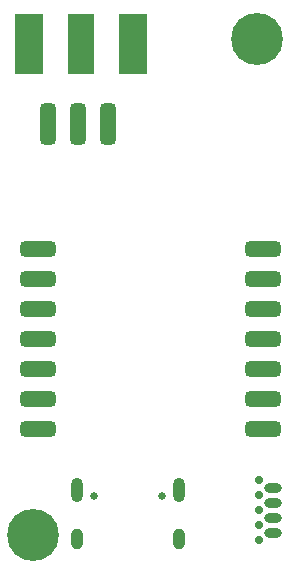
<source format=gbr>
%TF.GenerationSoftware,KiCad,Pcbnew,7.0.2*%
%TF.CreationDate,2023-10-19T19:02:44-04:00*%
%TF.ProjectId,XBee_Joint,58426565-5f4a-46f6-996e-742e6b696361,rev?*%
%TF.SameCoordinates,Original*%
%TF.FileFunction,Soldermask,Bot*%
%TF.FilePolarity,Negative*%
%FSLAX46Y46*%
G04 Gerber Fmt 4.6, Leading zero omitted, Abs format (unit mm)*
G04 Created by KiCad (PCBNEW 7.0.2) date 2023-10-19 19:02:44*
%MOMM*%
%LPD*%
G01*
G04 APERTURE LIST*
G04 Aperture macros list*
%AMRoundRect*
0 Rectangle with rounded corners*
0 $1 Rounding radius*
0 $2 $3 $4 $5 $6 $7 $8 $9 X,Y pos of 4 corners*
0 Add a 4 corners polygon primitive as box body*
4,1,4,$2,$3,$4,$5,$6,$7,$8,$9,$2,$3,0*
0 Add four circle primitives for the rounded corners*
1,1,$1+$1,$2,$3*
1,1,$1+$1,$4,$5*
1,1,$1+$1,$6,$7*
1,1,$1+$1,$8,$9*
0 Add four rect primitives between the rounded corners*
20,1,$1+$1,$2,$3,$4,$5,0*
20,1,$1+$1,$4,$5,$6,$7,0*
20,1,$1+$1,$6,$7,$8,$9,0*
20,1,$1+$1,$8,$9,$2,$3,0*%
G04 Aperture macros list end*
%ADD10C,4.400000*%
%ADD11C,0.650000*%
%ADD12O,1.000000X1.800000*%
%ADD13O,1.000000X2.100000*%
%ADD14RoundRect,0.322500X1.177500X0.322500X-1.177500X0.322500X-1.177500X-0.322500X1.177500X-0.322500X0*%
%ADD15RoundRect,0.325000X1.175000X0.325000X-1.175000X0.325000X-1.175000X-0.325000X1.175000X-0.325000X0*%
%ADD16RoundRect,0.325000X0.325000X-1.425000X0.325000X1.425000X-0.325000X1.425000X-0.325000X-1.425000X0*%
%ADD17O,1.500000X0.800000*%
%ADD18C,0.700000*%
%ADD19R,2.290000X5.080000*%
%ADD20R,2.420000X5.080000*%
G04 APERTURE END LIST*
D10*
%TO.C,H2*%
X88290000Y-104970000D03*
%TD*%
%TO.C,H1*%
X69290000Y-146970000D03*
%TD*%
D11*
%TO.C,J2*%
X80230000Y-143615000D03*
X74450000Y-143615000D03*
D12*
X73020000Y-147295000D03*
D13*
X81660000Y-143115000D03*
D12*
X81660000Y-147295000D03*
D13*
X73020000Y-143115000D03*
%TD*%
D14*
%TO.C,U3*%
X88750000Y-122765000D03*
D15*
X88750000Y-125310000D03*
X88750000Y-127850000D03*
X88750000Y-130390000D03*
X88750000Y-132930000D03*
X88750000Y-135470000D03*
X88750000Y-138010000D03*
X69750000Y-138010000D03*
X69750000Y-135470000D03*
X69750000Y-132930000D03*
X69750000Y-130390000D03*
X69750000Y-127850000D03*
X69750000Y-125310000D03*
D14*
X69750000Y-122765000D03*
D16*
X70580000Y-112160000D03*
X73120000Y-112160000D03*
X75660000Y-112160000D03*
%TD*%
D17*
%TO.C,J1*%
X89609500Y-146745000D03*
X89609500Y-145475000D03*
X89609500Y-144205000D03*
X89609500Y-142935000D03*
D18*
X88454500Y-147380000D03*
X88454500Y-146110000D03*
X88454500Y-144840000D03*
X88454500Y-143570000D03*
X88454500Y-142300000D03*
%TD*%
D19*
%TO.C,AE1*%
X73350000Y-105360000D03*
D20*
X68970000Y-105360000D03*
X77730000Y-105360000D03*
%TD*%
M02*

</source>
